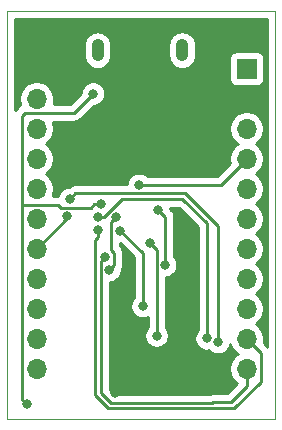
<source format=gbr>
G04 #@! TF.GenerationSoftware,KiCad,Pcbnew,(5.1.5)-3*
G04 #@! TF.CreationDate,2021-10-23T21:46:58-05:00*
G04 #@! TF.ProjectId,STM32QFN28Breakout,53544d33-3251-4464-9e32-38427265616b,rev?*
G04 #@! TF.SameCoordinates,Original*
G04 #@! TF.FileFunction,Copper,L2,Bot*
G04 #@! TF.FilePolarity,Positive*
%FSLAX46Y46*%
G04 Gerber Fmt 4.6, Leading zero omitted, Abs format (unit mm)*
G04 Created by KiCad (PCBNEW (5.1.5)-3) date 2021-10-23 21:46:58*
%MOMM*%
%LPD*%
G04 APERTURE LIST*
%ADD10C,0.050000*%
%ADD11O,1.050000X1.900000*%
%ADD12O,1.700000X1.700000*%
%ADD13R,1.700000X1.700000*%
%ADD14C,0.800000*%
%ADD15C,0.250000*%
%ADD16C,0.254000*%
G04 APERTURE END LIST*
D10*
X200693020Y-76370180D02*
X200693020Y-110929420D01*
X223405700Y-76377800D02*
X200693020Y-76370180D01*
X223405700Y-110975140D02*
X223405700Y-76377800D01*
X200693020Y-110929420D02*
X223405700Y-110975140D01*
D11*
X208362600Y-79699000D03*
X215512600Y-79699000D03*
D12*
X203200000Y-106680000D03*
X203200000Y-104140000D03*
X203200000Y-101600000D03*
X203200000Y-99060000D03*
X203200000Y-96520000D03*
X203200000Y-93980000D03*
X203200000Y-91440000D03*
X203200000Y-88900000D03*
X203200000Y-86360000D03*
X203200000Y-83820000D03*
D13*
X203200000Y-81280000D03*
X220980000Y-81280000D03*
D12*
X220980000Y-83820000D03*
X220980000Y-86360000D03*
X220980000Y-88900000D03*
X220980000Y-91440000D03*
X220980000Y-93980000D03*
X220980000Y-96520000D03*
X220980000Y-99060000D03*
X220980000Y-101600000D03*
X220980000Y-104140000D03*
X220980000Y-106680000D03*
D14*
X216364820Y-108381800D03*
X209804000Y-108752640D03*
X216429419Y-100364030D03*
X222450660Y-102979220D03*
X214090090Y-97881440D03*
X213493373Y-93208033D03*
X209361830Y-98301031D03*
X209922647Y-93839458D03*
X205986380Y-92290900D03*
X218542794Y-104428532D03*
X217594180Y-104112060D03*
X208353660Y-93817440D03*
X207975200Y-83385660D03*
X202354180Y-109694980D03*
X208610200Y-92765880D03*
X210268004Y-94980760D03*
X212181440Y-101391720D03*
X212791040Y-96050100D03*
X213365080Y-103886000D03*
X209016738Y-97204875D03*
X205793340Y-93767750D03*
X211845752Y-91102206D03*
X208414620Y-94927420D03*
D15*
X214090090Y-97881440D02*
X214090090Y-93804750D01*
X214090090Y-93804750D02*
X213493373Y-93208033D01*
X209522648Y-96600544D02*
X209522648Y-94239457D01*
X209761829Y-96839725D02*
X209522648Y-96600544D01*
X209522648Y-94239457D02*
X209922647Y-93839458D01*
X209361830Y-98301031D02*
X209761829Y-97901032D01*
X209761829Y-97901032D02*
X209761829Y-96839725D01*
X205986380Y-92290900D02*
X206450064Y-91827216D01*
X215798407Y-91827216D02*
X218542794Y-94571603D01*
X206450064Y-91827216D02*
X215798407Y-91827216D01*
X218542794Y-103862847D02*
X218542794Y-104428532D01*
X218542794Y-94571603D02*
X218542794Y-103862847D01*
X217594180Y-94338140D02*
X217594180Y-104112060D01*
X215533267Y-92277227D02*
X217594180Y-94338140D01*
X208353660Y-93817440D02*
X208919345Y-93817440D01*
X210459558Y-92277227D02*
X215533267Y-92277227D01*
X208919345Y-93817440D02*
X210459558Y-92277227D01*
X206365859Y-84995001D02*
X202200259Y-84995001D01*
X207975200Y-83385660D02*
X206365859Y-84995001D01*
X202200259Y-84995001D02*
X201955400Y-85239860D01*
X201955400Y-109296200D02*
X202354180Y-109694980D01*
X208044515Y-92765880D02*
X207780355Y-93030040D01*
X208610200Y-92765880D02*
X208044515Y-92765880D01*
X206016334Y-93030040D02*
X206003634Y-93042740D01*
X207780355Y-93030040D02*
X206016334Y-93030040D01*
X206003634Y-93042740D02*
X205265020Y-93042740D01*
X202000101Y-92804999D02*
X201957940Y-92847160D01*
X205265020Y-93042740D02*
X205027279Y-92804999D01*
X205027279Y-92804999D02*
X202000101Y-92804999D01*
X201955400Y-85239860D02*
X201957940Y-92847160D01*
X201957940Y-92847160D02*
X201955400Y-109296200D01*
X210268004Y-94980760D02*
X212181440Y-96894196D01*
X212181440Y-96894196D02*
X212181440Y-101391720D01*
X213365080Y-96624140D02*
X213365080Y-103886000D01*
X212791040Y-96050100D02*
X213365080Y-96624140D01*
X208616739Y-97604874D02*
X208616739Y-108738859D01*
X209016738Y-97204875D02*
X208616739Y-97604874D01*
X208616739Y-108738859D02*
X209458560Y-109580680D01*
X218079320Y-109580680D02*
X218165680Y-109494320D01*
X209458560Y-109580680D02*
X218079320Y-109580680D01*
X218165680Y-109494320D02*
X219626180Y-109494320D01*
X220980000Y-108140500D02*
X220980000Y-106680000D01*
X219626180Y-109494320D02*
X220980000Y-108140500D01*
X203200000Y-96179640D02*
X203200000Y-96520000D01*
X205793340Y-93926660D02*
X205793340Y-93767750D01*
X203200000Y-96520000D02*
X205793340Y-93926660D01*
X218777794Y-91102206D02*
X212411437Y-91102206D01*
X212411437Y-91102206D02*
X211845752Y-91102206D01*
X220980000Y-88900000D02*
X218777794Y-91102206D01*
X208414620Y-94927420D02*
X208414620Y-95493105D01*
X208166728Y-108925259D02*
X209272160Y-110030691D01*
X208414620Y-95493105D02*
X208166728Y-95740997D01*
X221829999Y-104989999D02*
X220980000Y-104140000D01*
X222155001Y-105315001D02*
X221829999Y-104989999D01*
X219931960Y-110030691D02*
X222155001Y-107807650D01*
X208166728Y-95740997D02*
X208166728Y-108925259D01*
X222155001Y-107807650D02*
X222155001Y-105315001D01*
X209272160Y-110030691D02*
X219931960Y-110030691D01*
D16*
G36*
X216834180Y-94652942D02*
G01*
X216834181Y-103408348D01*
X216790243Y-103452286D01*
X216676975Y-103621804D01*
X216598954Y-103810162D01*
X216559180Y-104010121D01*
X216559180Y-104213999D01*
X216598954Y-104413958D01*
X216676975Y-104602316D01*
X216790243Y-104771834D01*
X216934406Y-104915997D01*
X217103924Y-105029265D01*
X217292282Y-105107286D01*
X217492241Y-105147060D01*
X217696119Y-105147060D01*
X217780773Y-105130222D01*
X217883020Y-105232469D01*
X218052538Y-105345737D01*
X218240896Y-105423758D01*
X218440855Y-105463532D01*
X218644733Y-105463532D01*
X218844692Y-105423758D01*
X219033050Y-105345737D01*
X219202568Y-105232469D01*
X219346731Y-105088306D01*
X219459999Y-104918788D01*
X219538020Y-104730430D01*
X219563712Y-104601268D01*
X219664010Y-104843411D01*
X219826525Y-105086632D01*
X220033368Y-105293475D01*
X220207760Y-105410000D01*
X220033368Y-105526525D01*
X219826525Y-105733368D01*
X219664010Y-105976589D01*
X219552068Y-106246842D01*
X219495000Y-106533740D01*
X219495000Y-106826260D01*
X219552068Y-107113158D01*
X219664010Y-107383411D01*
X219826525Y-107626632D01*
X220033368Y-107833475D01*
X220140584Y-107905114D01*
X219311379Y-108734320D01*
X218203002Y-108734320D01*
X218165679Y-108730644D01*
X218128357Y-108734320D01*
X218128347Y-108734320D01*
X218016694Y-108745317D01*
X217873433Y-108788774D01*
X217813742Y-108820680D01*
X209773362Y-108820680D01*
X209376739Y-108424058D01*
X209376739Y-99336031D01*
X209463769Y-99336031D01*
X209663728Y-99296257D01*
X209852086Y-99218236D01*
X210021604Y-99104968D01*
X210165767Y-98960805D01*
X210279035Y-98791287D01*
X210357056Y-98602929D01*
X210396830Y-98402970D01*
X210396830Y-98325257D01*
X210467375Y-98193279D01*
X210510832Y-98050018D01*
X210521829Y-97938365D01*
X210521829Y-97938355D01*
X210525505Y-97901033D01*
X210521829Y-97863710D01*
X210521829Y-96877047D01*
X210525505Y-96839724D01*
X210521829Y-96802402D01*
X210521829Y-96802392D01*
X210510832Y-96690739D01*
X210467375Y-96547478D01*
X210396803Y-96415449D01*
X210301830Y-96299724D01*
X210282648Y-96283982D01*
X210282648Y-96070205D01*
X211421440Y-97208998D01*
X211421441Y-100688008D01*
X211377503Y-100731946D01*
X211264235Y-100901464D01*
X211186214Y-101089822D01*
X211146440Y-101289781D01*
X211146440Y-101493659D01*
X211186214Y-101693618D01*
X211264235Y-101881976D01*
X211377503Y-102051494D01*
X211521666Y-102195657D01*
X211691184Y-102308925D01*
X211879542Y-102386946D01*
X212079501Y-102426720D01*
X212283379Y-102426720D01*
X212483338Y-102386946D01*
X212605081Y-102336518D01*
X212605081Y-103182288D01*
X212561143Y-103226226D01*
X212447875Y-103395744D01*
X212369854Y-103584102D01*
X212330080Y-103784061D01*
X212330080Y-103987939D01*
X212369854Y-104187898D01*
X212447875Y-104376256D01*
X212561143Y-104545774D01*
X212705306Y-104689937D01*
X212874824Y-104803205D01*
X213063182Y-104881226D01*
X213263141Y-104921000D01*
X213467019Y-104921000D01*
X213666978Y-104881226D01*
X213855336Y-104803205D01*
X214024854Y-104689937D01*
X214169017Y-104545774D01*
X214282285Y-104376256D01*
X214360306Y-104187898D01*
X214400080Y-103987939D01*
X214400080Y-103784061D01*
X214360306Y-103584102D01*
X214282285Y-103395744D01*
X214169017Y-103226226D01*
X214125080Y-103182289D01*
X214125080Y-98916440D01*
X214192029Y-98916440D01*
X214391988Y-98876666D01*
X214580346Y-98798645D01*
X214749864Y-98685377D01*
X214894027Y-98541214D01*
X215007295Y-98371696D01*
X215085316Y-98183338D01*
X215125090Y-97983379D01*
X215125090Y-97779501D01*
X215085316Y-97579542D01*
X215007295Y-97391184D01*
X214894027Y-97221666D01*
X214850090Y-97177729D01*
X214850090Y-93842072D01*
X214853766Y-93804749D01*
X214850090Y-93767426D01*
X214850090Y-93767417D01*
X214839093Y-93655764D01*
X214795636Y-93512503D01*
X214725064Y-93380474D01*
X214630091Y-93264749D01*
X214601092Y-93240950D01*
X214528373Y-93168231D01*
X214528373Y-93106094D01*
X214514675Y-93037227D01*
X215218466Y-93037227D01*
X216834180Y-94652942D01*
G37*
X216834180Y-94652942D02*
X216834181Y-103408348D01*
X216790243Y-103452286D01*
X216676975Y-103621804D01*
X216598954Y-103810162D01*
X216559180Y-104010121D01*
X216559180Y-104213999D01*
X216598954Y-104413958D01*
X216676975Y-104602316D01*
X216790243Y-104771834D01*
X216934406Y-104915997D01*
X217103924Y-105029265D01*
X217292282Y-105107286D01*
X217492241Y-105147060D01*
X217696119Y-105147060D01*
X217780773Y-105130222D01*
X217883020Y-105232469D01*
X218052538Y-105345737D01*
X218240896Y-105423758D01*
X218440855Y-105463532D01*
X218644733Y-105463532D01*
X218844692Y-105423758D01*
X219033050Y-105345737D01*
X219202568Y-105232469D01*
X219346731Y-105088306D01*
X219459999Y-104918788D01*
X219538020Y-104730430D01*
X219563712Y-104601268D01*
X219664010Y-104843411D01*
X219826525Y-105086632D01*
X220033368Y-105293475D01*
X220207760Y-105410000D01*
X220033368Y-105526525D01*
X219826525Y-105733368D01*
X219664010Y-105976589D01*
X219552068Y-106246842D01*
X219495000Y-106533740D01*
X219495000Y-106826260D01*
X219552068Y-107113158D01*
X219664010Y-107383411D01*
X219826525Y-107626632D01*
X220033368Y-107833475D01*
X220140584Y-107905114D01*
X219311379Y-108734320D01*
X218203002Y-108734320D01*
X218165679Y-108730644D01*
X218128357Y-108734320D01*
X218128347Y-108734320D01*
X218016694Y-108745317D01*
X217873433Y-108788774D01*
X217813742Y-108820680D01*
X209773362Y-108820680D01*
X209376739Y-108424058D01*
X209376739Y-99336031D01*
X209463769Y-99336031D01*
X209663728Y-99296257D01*
X209852086Y-99218236D01*
X210021604Y-99104968D01*
X210165767Y-98960805D01*
X210279035Y-98791287D01*
X210357056Y-98602929D01*
X210396830Y-98402970D01*
X210396830Y-98325257D01*
X210467375Y-98193279D01*
X210510832Y-98050018D01*
X210521829Y-97938365D01*
X210521829Y-97938355D01*
X210525505Y-97901033D01*
X210521829Y-97863710D01*
X210521829Y-96877047D01*
X210525505Y-96839724D01*
X210521829Y-96802402D01*
X210521829Y-96802392D01*
X210510832Y-96690739D01*
X210467375Y-96547478D01*
X210396803Y-96415449D01*
X210301830Y-96299724D01*
X210282648Y-96283982D01*
X210282648Y-96070205D01*
X211421440Y-97208998D01*
X211421441Y-100688008D01*
X211377503Y-100731946D01*
X211264235Y-100901464D01*
X211186214Y-101089822D01*
X211146440Y-101289781D01*
X211146440Y-101493659D01*
X211186214Y-101693618D01*
X211264235Y-101881976D01*
X211377503Y-102051494D01*
X211521666Y-102195657D01*
X211691184Y-102308925D01*
X211879542Y-102386946D01*
X212079501Y-102426720D01*
X212283379Y-102426720D01*
X212483338Y-102386946D01*
X212605081Y-102336518D01*
X212605081Y-103182288D01*
X212561143Y-103226226D01*
X212447875Y-103395744D01*
X212369854Y-103584102D01*
X212330080Y-103784061D01*
X212330080Y-103987939D01*
X212369854Y-104187898D01*
X212447875Y-104376256D01*
X212561143Y-104545774D01*
X212705306Y-104689937D01*
X212874824Y-104803205D01*
X213063182Y-104881226D01*
X213263141Y-104921000D01*
X213467019Y-104921000D01*
X213666978Y-104881226D01*
X213855336Y-104803205D01*
X214024854Y-104689937D01*
X214169017Y-104545774D01*
X214282285Y-104376256D01*
X214360306Y-104187898D01*
X214400080Y-103987939D01*
X214400080Y-103784061D01*
X214360306Y-103584102D01*
X214282285Y-103395744D01*
X214169017Y-103226226D01*
X214125080Y-103182289D01*
X214125080Y-98916440D01*
X214192029Y-98916440D01*
X214391988Y-98876666D01*
X214580346Y-98798645D01*
X214749864Y-98685377D01*
X214894027Y-98541214D01*
X215007295Y-98371696D01*
X215085316Y-98183338D01*
X215125090Y-97983379D01*
X215125090Y-97779501D01*
X215085316Y-97579542D01*
X215007295Y-97391184D01*
X214894027Y-97221666D01*
X214850090Y-97177729D01*
X214850090Y-93842072D01*
X214853766Y-93804749D01*
X214850090Y-93767426D01*
X214850090Y-93767417D01*
X214839093Y-93655764D01*
X214795636Y-93512503D01*
X214725064Y-93380474D01*
X214630091Y-93264749D01*
X214601092Y-93240950D01*
X214528373Y-93168231D01*
X214528373Y-93106094D01*
X214514675Y-93037227D01*
X215218466Y-93037227D01*
X216834180Y-94652942D01*
G36*
X222745701Y-77037578D02*
G01*
X222745700Y-104836776D01*
X222695002Y-104775000D01*
X222665998Y-104751197D01*
X222421209Y-104506408D01*
X222465000Y-104286260D01*
X222465000Y-103993740D01*
X222407932Y-103706842D01*
X222295990Y-103436589D01*
X222133475Y-103193368D01*
X221926632Y-102986525D01*
X221752240Y-102870000D01*
X221926632Y-102753475D01*
X222133475Y-102546632D01*
X222295990Y-102303411D01*
X222407932Y-102033158D01*
X222465000Y-101746260D01*
X222465000Y-101453740D01*
X222407932Y-101166842D01*
X222295990Y-100896589D01*
X222133475Y-100653368D01*
X221926632Y-100446525D01*
X221752240Y-100330000D01*
X221926632Y-100213475D01*
X222133475Y-100006632D01*
X222295990Y-99763411D01*
X222407932Y-99493158D01*
X222465000Y-99206260D01*
X222465000Y-98913740D01*
X222407932Y-98626842D01*
X222295990Y-98356589D01*
X222133475Y-98113368D01*
X221926632Y-97906525D01*
X221752240Y-97790000D01*
X221926632Y-97673475D01*
X222133475Y-97466632D01*
X222295990Y-97223411D01*
X222407932Y-96953158D01*
X222465000Y-96666260D01*
X222465000Y-96373740D01*
X222407932Y-96086842D01*
X222295990Y-95816589D01*
X222133475Y-95573368D01*
X221926632Y-95366525D01*
X221752240Y-95250000D01*
X221926632Y-95133475D01*
X222133475Y-94926632D01*
X222295990Y-94683411D01*
X222407932Y-94413158D01*
X222465000Y-94126260D01*
X222465000Y-93833740D01*
X222407932Y-93546842D01*
X222295990Y-93276589D01*
X222133475Y-93033368D01*
X221926632Y-92826525D01*
X221752240Y-92710000D01*
X221926632Y-92593475D01*
X222133475Y-92386632D01*
X222295990Y-92143411D01*
X222407932Y-91873158D01*
X222465000Y-91586260D01*
X222465000Y-91293740D01*
X222407932Y-91006842D01*
X222295990Y-90736589D01*
X222133475Y-90493368D01*
X221926632Y-90286525D01*
X221752240Y-90170000D01*
X221926632Y-90053475D01*
X222133475Y-89846632D01*
X222295990Y-89603411D01*
X222407932Y-89333158D01*
X222465000Y-89046260D01*
X222465000Y-88753740D01*
X222407932Y-88466842D01*
X222295990Y-88196589D01*
X222133475Y-87953368D01*
X221926632Y-87746525D01*
X221752240Y-87630000D01*
X221926632Y-87513475D01*
X222133475Y-87306632D01*
X222295990Y-87063411D01*
X222407932Y-86793158D01*
X222465000Y-86506260D01*
X222465000Y-86213740D01*
X222407932Y-85926842D01*
X222295990Y-85656589D01*
X222133475Y-85413368D01*
X221926632Y-85206525D01*
X221683411Y-85044010D01*
X221413158Y-84932068D01*
X221126260Y-84875000D01*
X220833740Y-84875000D01*
X220546842Y-84932068D01*
X220276589Y-85044010D01*
X220033368Y-85206525D01*
X219826525Y-85413368D01*
X219664010Y-85656589D01*
X219552068Y-85926842D01*
X219495000Y-86213740D01*
X219495000Y-86506260D01*
X219552068Y-86793158D01*
X219664010Y-87063411D01*
X219826525Y-87306632D01*
X220033368Y-87513475D01*
X220207760Y-87630000D01*
X220033368Y-87746525D01*
X219826525Y-87953368D01*
X219664010Y-88196589D01*
X219552068Y-88466842D01*
X219495000Y-88753740D01*
X219495000Y-89046260D01*
X219538790Y-89266408D01*
X218462993Y-90342206D01*
X212549463Y-90342206D01*
X212505526Y-90298269D01*
X212336008Y-90185001D01*
X212147650Y-90106980D01*
X211947691Y-90067206D01*
X211743813Y-90067206D01*
X211543854Y-90106980D01*
X211355496Y-90185001D01*
X211185978Y-90298269D01*
X211041815Y-90442432D01*
X210928547Y-90611950D01*
X210850526Y-90800308D01*
X210810752Y-91000267D01*
X210810752Y-91067216D01*
X206487386Y-91067216D01*
X206450063Y-91063540D01*
X206412740Y-91067216D01*
X206412731Y-91067216D01*
X206301078Y-91078213D01*
X206157817Y-91121670D01*
X206025788Y-91192242D01*
X205948220Y-91255900D01*
X205884441Y-91255900D01*
X205684482Y-91295674D01*
X205496124Y-91373695D01*
X205326606Y-91486963D01*
X205182443Y-91631126D01*
X205069175Y-91800644D01*
X204991154Y-91989002D01*
X204980016Y-92044999D01*
X204556753Y-92044999D01*
X204627932Y-91873158D01*
X204685000Y-91586260D01*
X204685000Y-91293740D01*
X204627932Y-91006842D01*
X204515990Y-90736589D01*
X204353475Y-90493368D01*
X204146632Y-90286525D01*
X203972240Y-90170000D01*
X204146632Y-90053475D01*
X204353475Y-89846632D01*
X204515990Y-89603411D01*
X204627932Y-89333158D01*
X204685000Y-89046260D01*
X204685000Y-88753740D01*
X204627932Y-88466842D01*
X204515990Y-88196589D01*
X204353475Y-87953368D01*
X204146632Y-87746525D01*
X203972240Y-87630000D01*
X204146632Y-87513475D01*
X204353475Y-87306632D01*
X204515990Y-87063411D01*
X204627932Y-86793158D01*
X204685000Y-86506260D01*
X204685000Y-86213740D01*
X204627932Y-85926842D01*
X204556753Y-85755001D01*
X206328537Y-85755001D01*
X206365859Y-85758677D01*
X206403181Y-85755001D01*
X206403192Y-85755001D01*
X206514845Y-85744004D01*
X206658106Y-85700547D01*
X206790135Y-85629975D01*
X206905860Y-85535002D01*
X206929663Y-85505998D01*
X208015002Y-84420660D01*
X208077139Y-84420660D01*
X208277098Y-84380886D01*
X208465456Y-84302865D01*
X208634974Y-84189597D01*
X208779137Y-84045434D01*
X208892405Y-83875916D01*
X208970426Y-83687558D01*
X209010200Y-83487599D01*
X209010200Y-83283721D01*
X208970426Y-83083762D01*
X208892405Y-82895404D01*
X208779137Y-82725886D01*
X208634974Y-82581723D01*
X208465456Y-82468455D01*
X208277098Y-82390434D01*
X208077139Y-82350660D01*
X207873261Y-82350660D01*
X207673302Y-82390434D01*
X207484944Y-82468455D01*
X207315426Y-82581723D01*
X207171263Y-82725886D01*
X207057995Y-82895404D01*
X206979974Y-83083762D01*
X206940200Y-83283721D01*
X206940200Y-83345858D01*
X206051058Y-84235001D01*
X204631544Y-84235001D01*
X204685000Y-83966260D01*
X204685000Y-83673740D01*
X204627932Y-83386842D01*
X204515990Y-83116589D01*
X204353475Y-82873368D01*
X204146632Y-82666525D01*
X203903411Y-82504010D01*
X203633158Y-82392068D01*
X203346260Y-82335000D01*
X203053740Y-82335000D01*
X202766842Y-82392068D01*
X202496589Y-82504010D01*
X202253368Y-82666525D01*
X202046525Y-82873368D01*
X201884010Y-83116589D01*
X201772068Y-83386842D01*
X201715000Y-83673740D01*
X201715000Y-83966260D01*
X201772068Y-84253158D01*
X201809020Y-84342368D01*
X201775983Y-84360027D01*
X201660258Y-84455000D01*
X201636455Y-84484004D01*
X201444308Y-84676151D01*
X201415219Y-84700040D01*
X201368621Y-84756859D01*
X201353020Y-84775869D01*
X201353020Y-79217021D01*
X207202600Y-79217021D01*
X207202600Y-80180978D01*
X207219385Y-80351399D01*
X207285715Y-80570059D01*
X207393429Y-80771578D01*
X207538388Y-80948212D01*
X207715021Y-81093171D01*
X207916540Y-81200885D01*
X208135200Y-81267215D01*
X208362600Y-81289612D01*
X208589999Y-81267215D01*
X208808659Y-81200885D01*
X209010178Y-81093171D01*
X209186812Y-80948212D01*
X209331771Y-80771579D01*
X209439485Y-80570060D01*
X209505815Y-80351400D01*
X209522600Y-80180979D01*
X209522600Y-79217022D01*
X214352600Y-79217022D01*
X214352600Y-80180979D01*
X214369385Y-80351400D01*
X214435715Y-80570060D01*
X214543430Y-80771579D01*
X214688389Y-80948212D01*
X214865022Y-81093171D01*
X215066541Y-81200885D01*
X215285201Y-81267215D01*
X215512600Y-81289612D01*
X215740000Y-81267215D01*
X215958660Y-81200885D01*
X216160179Y-81093171D01*
X216336812Y-80948212D01*
X216481771Y-80771579D01*
X216589485Y-80570060D01*
X216631971Y-80430000D01*
X219491928Y-80430000D01*
X219491928Y-82130000D01*
X219504188Y-82254482D01*
X219540498Y-82374180D01*
X219599463Y-82484494D01*
X219678815Y-82581185D01*
X219775506Y-82660537D01*
X219885820Y-82719502D01*
X220005518Y-82755812D01*
X220130000Y-82768072D01*
X221830000Y-82768072D01*
X221954482Y-82755812D01*
X222074180Y-82719502D01*
X222184494Y-82660537D01*
X222281185Y-82581185D01*
X222360537Y-82484494D01*
X222419502Y-82374180D01*
X222455812Y-82254482D01*
X222468072Y-82130000D01*
X222468072Y-80430000D01*
X222455812Y-80305518D01*
X222419502Y-80185820D01*
X222360537Y-80075506D01*
X222281185Y-79978815D01*
X222184494Y-79899463D01*
X222074180Y-79840498D01*
X221954482Y-79804188D01*
X221830000Y-79791928D01*
X220130000Y-79791928D01*
X220005518Y-79804188D01*
X219885820Y-79840498D01*
X219775506Y-79899463D01*
X219678815Y-79978815D01*
X219599463Y-80075506D01*
X219540498Y-80185820D01*
X219504188Y-80305518D01*
X219491928Y-80430000D01*
X216631971Y-80430000D01*
X216655815Y-80351400D01*
X216672600Y-80180978D01*
X216672600Y-79217021D01*
X216655815Y-79046600D01*
X216589485Y-78827940D01*
X216481771Y-78626421D01*
X216336812Y-78449788D01*
X216160178Y-78304829D01*
X215958659Y-78197115D01*
X215739999Y-78130785D01*
X215512600Y-78108388D01*
X215285200Y-78130785D01*
X215066540Y-78197115D01*
X214865021Y-78304829D01*
X214688388Y-78449788D01*
X214543429Y-78626422D01*
X214435715Y-78827941D01*
X214369385Y-79046601D01*
X214352600Y-79217022D01*
X209522600Y-79217022D01*
X209505815Y-79046600D01*
X209439485Y-78827940D01*
X209331771Y-78626421D01*
X209186812Y-78449788D01*
X209010179Y-78304829D01*
X208808660Y-78197115D01*
X208590000Y-78130785D01*
X208362600Y-78108388D01*
X208135201Y-78130785D01*
X207916541Y-78197115D01*
X207715022Y-78304829D01*
X207538389Y-78449788D01*
X207393430Y-78626421D01*
X207285715Y-78827940D01*
X207219385Y-79046600D01*
X207202600Y-79217021D01*
X201353020Y-79217021D01*
X201353020Y-77030401D01*
X222745701Y-77037578D01*
G37*
X222745701Y-77037578D02*
X222745700Y-104836776D01*
X222695002Y-104775000D01*
X222665998Y-104751197D01*
X222421209Y-104506408D01*
X222465000Y-104286260D01*
X222465000Y-103993740D01*
X222407932Y-103706842D01*
X222295990Y-103436589D01*
X222133475Y-103193368D01*
X221926632Y-102986525D01*
X221752240Y-102870000D01*
X221926632Y-102753475D01*
X222133475Y-102546632D01*
X222295990Y-102303411D01*
X222407932Y-102033158D01*
X222465000Y-101746260D01*
X222465000Y-101453740D01*
X222407932Y-101166842D01*
X222295990Y-100896589D01*
X222133475Y-100653368D01*
X221926632Y-100446525D01*
X221752240Y-100330000D01*
X221926632Y-100213475D01*
X222133475Y-100006632D01*
X222295990Y-99763411D01*
X222407932Y-99493158D01*
X222465000Y-99206260D01*
X222465000Y-98913740D01*
X222407932Y-98626842D01*
X222295990Y-98356589D01*
X222133475Y-98113368D01*
X221926632Y-97906525D01*
X221752240Y-97790000D01*
X221926632Y-97673475D01*
X222133475Y-97466632D01*
X222295990Y-97223411D01*
X222407932Y-96953158D01*
X222465000Y-96666260D01*
X222465000Y-96373740D01*
X222407932Y-96086842D01*
X222295990Y-95816589D01*
X222133475Y-95573368D01*
X221926632Y-95366525D01*
X221752240Y-95250000D01*
X221926632Y-95133475D01*
X222133475Y-94926632D01*
X222295990Y-94683411D01*
X222407932Y-94413158D01*
X222465000Y-94126260D01*
X222465000Y-93833740D01*
X222407932Y-93546842D01*
X222295990Y-93276589D01*
X222133475Y-93033368D01*
X221926632Y-92826525D01*
X221752240Y-92710000D01*
X221926632Y-92593475D01*
X222133475Y-92386632D01*
X222295990Y-92143411D01*
X222407932Y-91873158D01*
X222465000Y-91586260D01*
X222465000Y-91293740D01*
X222407932Y-91006842D01*
X222295990Y-90736589D01*
X222133475Y-90493368D01*
X221926632Y-90286525D01*
X221752240Y-90170000D01*
X221926632Y-90053475D01*
X222133475Y-89846632D01*
X222295990Y-89603411D01*
X222407932Y-89333158D01*
X222465000Y-89046260D01*
X222465000Y-88753740D01*
X222407932Y-88466842D01*
X222295990Y-88196589D01*
X222133475Y-87953368D01*
X221926632Y-87746525D01*
X221752240Y-87630000D01*
X221926632Y-87513475D01*
X222133475Y-87306632D01*
X222295990Y-87063411D01*
X222407932Y-86793158D01*
X222465000Y-86506260D01*
X222465000Y-86213740D01*
X222407932Y-85926842D01*
X222295990Y-85656589D01*
X222133475Y-85413368D01*
X221926632Y-85206525D01*
X221683411Y-85044010D01*
X221413158Y-84932068D01*
X221126260Y-84875000D01*
X220833740Y-84875000D01*
X220546842Y-84932068D01*
X220276589Y-85044010D01*
X220033368Y-85206525D01*
X219826525Y-85413368D01*
X219664010Y-85656589D01*
X219552068Y-85926842D01*
X219495000Y-86213740D01*
X219495000Y-86506260D01*
X219552068Y-86793158D01*
X219664010Y-87063411D01*
X219826525Y-87306632D01*
X220033368Y-87513475D01*
X220207760Y-87630000D01*
X220033368Y-87746525D01*
X219826525Y-87953368D01*
X219664010Y-88196589D01*
X219552068Y-88466842D01*
X219495000Y-88753740D01*
X219495000Y-89046260D01*
X219538790Y-89266408D01*
X218462993Y-90342206D01*
X212549463Y-90342206D01*
X212505526Y-90298269D01*
X212336008Y-90185001D01*
X212147650Y-90106980D01*
X211947691Y-90067206D01*
X211743813Y-90067206D01*
X211543854Y-90106980D01*
X211355496Y-90185001D01*
X211185978Y-90298269D01*
X211041815Y-90442432D01*
X210928547Y-90611950D01*
X210850526Y-90800308D01*
X210810752Y-91000267D01*
X210810752Y-91067216D01*
X206487386Y-91067216D01*
X206450063Y-91063540D01*
X206412740Y-91067216D01*
X206412731Y-91067216D01*
X206301078Y-91078213D01*
X206157817Y-91121670D01*
X206025788Y-91192242D01*
X205948220Y-91255900D01*
X205884441Y-91255900D01*
X205684482Y-91295674D01*
X205496124Y-91373695D01*
X205326606Y-91486963D01*
X205182443Y-91631126D01*
X205069175Y-91800644D01*
X204991154Y-91989002D01*
X204980016Y-92044999D01*
X204556753Y-92044999D01*
X204627932Y-91873158D01*
X204685000Y-91586260D01*
X204685000Y-91293740D01*
X204627932Y-91006842D01*
X204515990Y-90736589D01*
X204353475Y-90493368D01*
X204146632Y-90286525D01*
X203972240Y-90170000D01*
X204146632Y-90053475D01*
X204353475Y-89846632D01*
X204515990Y-89603411D01*
X204627932Y-89333158D01*
X204685000Y-89046260D01*
X204685000Y-88753740D01*
X204627932Y-88466842D01*
X204515990Y-88196589D01*
X204353475Y-87953368D01*
X204146632Y-87746525D01*
X203972240Y-87630000D01*
X204146632Y-87513475D01*
X204353475Y-87306632D01*
X204515990Y-87063411D01*
X204627932Y-86793158D01*
X204685000Y-86506260D01*
X204685000Y-86213740D01*
X204627932Y-85926842D01*
X204556753Y-85755001D01*
X206328537Y-85755001D01*
X206365859Y-85758677D01*
X206403181Y-85755001D01*
X206403192Y-85755001D01*
X206514845Y-85744004D01*
X206658106Y-85700547D01*
X206790135Y-85629975D01*
X206905860Y-85535002D01*
X206929663Y-85505998D01*
X208015002Y-84420660D01*
X208077139Y-84420660D01*
X208277098Y-84380886D01*
X208465456Y-84302865D01*
X208634974Y-84189597D01*
X208779137Y-84045434D01*
X208892405Y-83875916D01*
X208970426Y-83687558D01*
X209010200Y-83487599D01*
X209010200Y-83283721D01*
X208970426Y-83083762D01*
X208892405Y-82895404D01*
X208779137Y-82725886D01*
X208634974Y-82581723D01*
X208465456Y-82468455D01*
X208277098Y-82390434D01*
X208077139Y-82350660D01*
X207873261Y-82350660D01*
X207673302Y-82390434D01*
X207484944Y-82468455D01*
X207315426Y-82581723D01*
X207171263Y-82725886D01*
X207057995Y-82895404D01*
X206979974Y-83083762D01*
X206940200Y-83283721D01*
X206940200Y-83345858D01*
X206051058Y-84235001D01*
X204631544Y-84235001D01*
X204685000Y-83966260D01*
X204685000Y-83673740D01*
X204627932Y-83386842D01*
X204515990Y-83116589D01*
X204353475Y-82873368D01*
X204146632Y-82666525D01*
X203903411Y-82504010D01*
X203633158Y-82392068D01*
X203346260Y-82335000D01*
X203053740Y-82335000D01*
X202766842Y-82392068D01*
X202496589Y-82504010D01*
X202253368Y-82666525D01*
X202046525Y-82873368D01*
X201884010Y-83116589D01*
X201772068Y-83386842D01*
X201715000Y-83673740D01*
X201715000Y-83966260D01*
X201772068Y-84253158D01*
X201809020Y-84342368D01*
X201775983Y-84360027D01*
X201660258Y-84455000D01*
X201636455Y-84484004D01*
X201444308Y-84676151D01*
X201415219Y-84700040D01*
X201368621Y-84756859D01*
X201353020Y-84775869D01*
X201353020Y-79217021D01*
X207202600Y-79217021D01*
X207202600Y-80180978D01*
X207219385Y-80351399D01*
X207285715Y-80570059D01*
X207393429Y-80771578D01*
X207538388Y-80948212D01*
X207715021Y-81093171D01*
X207916540Y-81200885D01*
X208135200Y-81267215D01*
X208362600Y-81289612D01*
X208589999Y-81267215D01*
X208808659Y-81200885D01*
X209010178Y-81093171D01*
X209186812Y-80948212D01*
X209331771Y-80771579D01*
X209439485Y-80570060D01*
X209505815Y-80351400D01*
X209522600Y-80180979D01*
X209522600Y-79217022D01*
X214352600Y-79217022D01*
X214352600Y-80180979D01*
X214369385Y-80351400D01*
X214435715Y-80570060D01*
X214543430Y-80771579D01*
X214688389Y-80948212D01*
X214865022Y-81093171D01*
X215066541Y-81200885D01*
X215285201Y-81267215D01*
X215512600Y-81289612D01*
X215740000Y-81267215D01*
X215958660Y-81200885D01*
X216160179Y-81093171D01*
X216336812Y-80948212D01*
X216481771Y-80771579D01*
X216589485Y-80570060D01*
X216631971Y-80430000D01*
X219491928Y-80430000D01*
X219491928Y-82130000D01*
X219504188Y-82254482D01*
X219540498Y-82374180D01*
X219599463Y-82484494D01*
X219678815Y-82581185D01*
X219775506Y-82660537D01*
X219885820Y-82719502D01*
X220005518Y-82755812D01*
X220130000Y-82768072D01*
X221830000Y-82768072D01*
X221954482Y-82755812D01*
X222074180Y-82719502D01*
X222184494Y-82660537D01*
X222281185Y-82581185D01*
X222360537Y-82484494D01*
X222419502Y-82374180D01*
X222455812Y-82254482D01*
X222468072Y-82130000D01*
X222468072Y-80430000D01*
X222455812Y-80305518D01*
X222419502Y-80185820D01*
X222360537Y-80075506D01*
X222281185Y-79978815D01*
X222184494Y-79899463D01*
X222074180Y-79840498D01*
X221954482Y-79804188D01*
X221830000Y-79791928D01*
X220130000Y-79791928D01*
X220005518Y-79804188D01*
X219885820Y-79840498D01*
X219775506Y-79899463D01*
X219678815Y-79978815D01*
X219599463Y-80075506D01*
X219540498Y-80185820D01*
X219504188Y-80305518D01*
X219491928Y-80430000D01*
X216631971Y-80430000D01*
X216655815Y-80351400D01*
X216672600Y-80180978D01*
X216672600Y-79217021D01*
X216655815Y-79046600D01*
X216589485Y-78827940D01*
X216481771Y-78626421D01*
X216336812Y-78449788D01*
X216160178Y-78304829D01*
X215958659Y-78197115D01*
X215739999Y-78130785D01*
X215512600Y-78108388D01*
X215285200Y-78130785D01*
X215066540Y-78197115D01*
X214865021Y-78304829D01*
X214688388Y-78449788D01*
X214543429Y-78626422D01*
X214435715Y-78827941D01*
X214369385Y-79046601D01*
X214352600Y-79217022D01*
X209522600Y-79217022D01*
X209505815Y-79046600D01*
X209439485Y-78827940D01*
X209331771Y-78626421D01*
X209186812Y-78449788D01*
X209010179Y-78304829D01*
X208808660Y-78197115D01*
X208590000Y-78130785D01*
X208362600Y-78108388D01*
X208135201Y-78130785D01*
X207916541Y-78197115D01*
X207715022Y-78304829D01*
X207538389Y-78449788D01*
X207393430Y-78626421D01*
X207285715Y-78827940D01*
X207219385Y-79046600D01*
X207202600Y-79217021D01*
X201353020Y-79217021D01*
X201353020Y-77030401D01*
X222745701Y-77037578D01*
M02*

</source>
